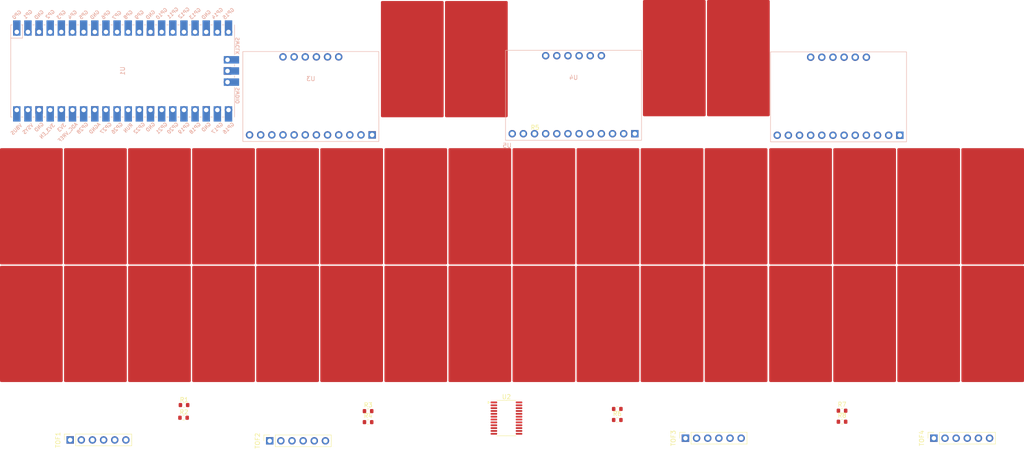
<source format=kicad_pcb>
(kicad_pcb (version 20240108) (generator "pcbnew") (generator_version "8.0")
  (layers (0 "F.Cu" signal) (31 "B.Cu" signal) (34 "B.Paste" user) (35 "F.Paste" user) (36 "B.SilkS" user "B.Silkscreen") (37 "F.SilkS" user "F.Silkscreen") (38 "B.Mask" user) (39 "F.Mask" user) (44 "Edge.Cuts" user))
  (net 0 "")
  (net 5 "/SCL1")
  (net 6 "+3.3V")
  (net 7 "/SDA1")
  (net 8 "/SCL2")
  (net 9 "/SDA2")
  (net 10 "/SCL3")
  (net 16 "/SDA3")
  (net 19 "/SCL4")
  (net 21 "/SDA4")
  (net 25 "GND")
  (net 50 "/SCL")
  (net 51 "/SDA")
  (net 52 "/MX_RST")
  (net 64 "Net-(KEY1-Pin_1)")
  (net 65 "Net-(KEY2-Pin_1)")
  (net 66 "Net-(KEY3-Pin_1)")
  (net 67 "Net-(KEY4-Pin_1)")
  (net 68 "Net-(KEY5-Pin_1)")
  (net 69 "Net-(KEY6-Pin_1)")
  (net 70 "Net-(KEY7-Pin_1)")
  (net 71 "Net-(KEY8-Pin_1)")
  (net 72 "Net-(KEY9-Pin_1)")
  (net 73 "Net-(KEY10-Pin_1)")
  (net 74 "Net-(KEY11-Pin_1)")
  (net 75 "Net-(KEY12-Pin_1)")
  (net 76 "Net-(KEY13-Pin_1)")
  (net 77 "Net-(KEY14-Pin_1)")
  (net 78 "Net-(KEY15-Pin_1)")
  (net 79 "Net-(KEY16-Pin_1)")
  (net 80 "Net-(KEY17-Pin_1)")
  (net 81 "Net-(KEY18-Pin_1)")
  (net 82 "Net-(KEY19-Pin_1)")
  (net 83 "Net-(KEY20-Pin_1)")
  (net 84 "Net-(KEY21-Pin_1)")
  (net 85 "Net-(KEY22-Pin_1)")
  (net 86 "Net-(KEY23-Pin_1)")
  (net 87 "Net-(KEY24-Pin_1)")
  (net 88 "Net-(KEY25-Pin_1)")
  (net 89 "Net-(KEY26-Pin_1)")
  (net 90 "Net-(KEY27-Pin_1)")
  (net 91 "Net-(KEY28-Pin_1)")
  (net 92 "Net-(KEY29-Pin_1)")
  (net 93 "Net-(KEY30-Pin_1)")
  (net 94 "Net-(KEY31-Pin_1)")
  (net 95 "Net-(KEY32-Pin_1)")
  (net 96 "Net-(KEY33-Pin_1)")
  (net 97 "Net-(KEY34-Pin_1)")
  (net 98 "Net-(KEY35-Pin_1)")
  (net 99 "Net-(KEY36-Pin_1)")
  (footprint "Resistor_SMD:R_0603_1608Metric" (layer "F.Cu") (at 116.525 141.44)
    (property "Reference" "R4" (at 0 -1.43 0) (layer "F.SilkS"))
    (property "Value" "4.7K")
    (pad "1" smd roundrect (at -0.825 0) (size 0.8 0.95) (layers "F.Cu" "F.Paste" "F.Mask") (net 6 "+3.3V"))
    (pad "2" smd roundrect (at 0.825 0) (size 0.8 0.95) (layers "F.Cu" "F.Paste" "F.Mask") (net 9 "/SDA2"))
  )
  (footprint "Resistor_SMD:R_0603_1608Metric" (layer "F.Cu") (at 74.465 140.44)
    (property "Reference" "R2" (at 0.09 -1.28 0) (layer "F.SilkS"))
    (property "Value" "4.7K")
    (pad "1" smd roundrect (at -0.825 0) (size 0.8 0.95) (layers "F.Cu" "F.Paste" "F.Mask") (net 6 "+3.3V"))
    (pad "2" smd roundrect (at 0.825 0) (size 0.8 0.95) (layers "F.Cu" "F.Paste" "F.Mask") (net 7 "/SDA1"))
  )
  (footprint "chu_main:ChuKey" (layer "F.Cu") (at 141.2 58.3 180)
    (property "Reference" "KEY11" (hide yes))
    (property "Value" "Conn_01x01" (hide yes))
    (pad "1" smd roundrect (at 0 -0.4 180) (size 14.3 26.5) (layers "F.Cu") (roundrect_rratio 0.01923076923) (net 74 "Net-(KEY11-Pin_1)"))
  )
  (footprint "chu_main:ChuKey" (layer "F.Cu") (at 186.325 58.075 180)
    (property "Reference" "KEY10" (hide yes))
    (property "Value" "Conn_01x01" (hide yes))
    (pad "1" smd roundrect (at 0 -0.4 180) (size 14.3 26.5) (layers "F.Cu") (roundrect_rratio 0.01923076923) (net 73 "Net-(KEY10-Pin_1)"))
  )
  (footprint "chu_main:ChuKey" (layer "F.Cu") (at 112.775 91.85 180)
    (property "Reference" "KEY13" (hide yes))
    (property "Value" "Conn_01x01" (hide yes))
    (pad "1" smd roundrect (at 0 -0.4 180) (size 14.3 26.5) (layers "F.Cu") (roundrect_rratio 0.01923076923) (net 76 "Net-(KEY13-Pin_1)"))
  )
  (footprint "chu_main:ChuKey" (layer "F.Cu") (at 156.6 118.65 180)
    (property "Reference" "KEY32" (hide yes))
    (property "Value" "Conn_01x01" (hide yes))
    (pad "1" smd roundrect (at 0 -0.4 180) (size 14.3 26.5) (layers "F.Cu") (roundrect_rratio 0.01923076923) (net 95 "Net-(KEY32-Pin_1)"))
  )
  (footprint "chu_main:ChuKey" (layer "F.Cu") (at 156.6 91.85 180)
    (property "Reference" "KEY30" (hide yes))
    (property "Value" "Conn_01x01" (hide yes))
    (pad "1" smd roundrect (at 0 -0.4 180) (size 14.3 26.5) (layers "F.Cu") (roundrect_rratio 0.01923076923) (net 93 "Net-(KEY30-Pin_1)"))
  )
  (footprint "Resistor_SMD:R_0603_1608Metric" (layer "F.Cu") (at 173.325 138.44)
    (property "Reference" "R5" (at -18.75 -64.15 180) (layer "F.SilkS"))
    (property "Value" "4.7K")
    (pad "1" smd roundrect (at -0.825 0) (size 0.8 0.95) (layers "F.Cu" "F.Paste" "F.Mask") (net 6 "+3.3V"))
    (pad "2" smd roundrect (at 0.825 0) (size 0.8 0.95) (layers "F.Cu" "F.Paste" "F.Mask") (net 10 "/SCL3"))
  )
  (footprint "chu_main:ChuKey" (layer "F.Cu") (at 215.1 118.65 180)
    (property "Reference" "KEY8" (hide yes))
    (property "Value" "Conn_01x01" (hide yes))
    (pad "1" smd roundrect (at 0 -0.4 180) (size 14.3 26.5) (layers "F.Cu") (roundrect_rratio 0.01923076923) (net 71 "Net-(KEY8-Pin_1)"))
  )
  (footprint "chu_main:ChuKey" (layer "F.Cu") (at 54.375 118.65 180)
    (property "Reference" "KEY22" (hide yes))
    (property "Value" "Conn_01x01" (hide yes))
    (pad "1" smd roundrect (at 0 -0.4 180) (size 14.3 26.5) (layers "F.Cu") (roundrect_rratio 0.01923076923) (net 85 "Net-(KEY22-Pin_1)"))
  )
  (footprint "Resistor_SMD:R_0603_1608Metric" (layer "F.Cu") (at 224.55 138.84)
    (property "Reference" "R7" (at 0 -1.43 0) (layer "F.SilkS"))
    (property "Value" "4.7K")
    (pad "1" smd roundrect (at -0.825 0) (size 0.8 0.95) (layers "F.Cu" "F.Paste" "F.Mask") (net 6 "+3.3V"))
    (pad "2" smd roundrect (at 0.825 0) (size 0.8 0.95) (layers "F.Cu" "F.Paste" "F.Mask") (net 19 "/SCL4"))
  )
  (footprint "chu_main:ChuKey" (layer "F.Cu") (at 39.775 118.65 180)
    (property "Reference" "KEY24" (hide yes))
    (property "Value" "Conn_01x01" (hide yes))
    (pad "1" smd roundrect (at 0 -0.4 180) (size 14.3 26.5) (layers "F.Cu") (roundrect_rratio 0.01923076923) (net 87 "Net-(KEY24-Pin_1)"))
  )
  (footprint "chu_main:ChuKey" (layer "F.Cu") (at 200.4 91.85 180)
    (property "Reference" "KEY25" (hide yes))
    (property "Value" "Conn_01x01" (hide yes))
    (pad "1" smd roundrect (at 0 -0.4 180) (size 14.3 26.5) (layers "F.Cu") (roundrect_rratio 0.01923076923) (net 88 "Net-(KEY25-Pin_1)"))
  )
  (footprint "chu_main:ChuKey" (layer "F.Cu") (at 127.4 118.65 180)
    (property "Reference" "KEY36" (hide yes))
    (property "Value" "Conn_01x01" (hide yes))
    (pad "1" smd roundrect (at 0 -0.4 180) (size 14.3 26.5) (layers "F.Cu") (roundrect_rratio 0.01923076923) (net 99 "Net-(KEY36-Pin_1)"))
  )
  (footprint "chu_main:ChuKey" (layer "F.Cu") (at 112.775 118.65 180)
    (property "Reference" "KEY14" (hide yes))
    (property "Value" "Conn_01x01" (hide yes))
    (pad "1" smd roundrect (at 0 -0.4 180) (size 14.3 26.5) (layers "F.Cu") (roundrect_rratio 0.01923076923) (net 77 "Net-(KEY14-Pin_1)"))
  )
  (footprint "Resistor_SMD:R_0603_1608Metric" (layer "F.Cu") (at 116.525 138.93)
    (property "Reference" "R3" (at 0.025 -1.38 0) (layer "F.SilkS"))
    (property "Value" "4.7K")
    (pad "1" smd roundrect (at -0.825 0) (size 0.8 0.95) (layers "F.Cu" "F.Paste" "F.Mask") (net 6 "+3.3V"))
    (pad "2" smd roundrect (at 0.825 0) (size 0.8 0.95) (layers "F.Cu" "F.Paste" "F.Mask") (net 8 "/SCL2"))
  )
  (footprint "Connector_PinSocket_2.54mm:PinSocket_1x06_P2.54mm_Vertical" (layer "F.Cu") (at 188.86 145.1 90)
    (property "Reference" "TOF3" (at 0 -2.77 90) (layer "F.SilkS"))
    (property "Value" "Conn_01x06")
    (pad "1" thru_hole rect (at 0 0 90) (size 1.7 1.7) (drill 1) (layers "*.Cu" "*.Mask") (net 6 "+3.3V"))
    (pad "2" thru_hole oval (at 0 2.54 90) (size 1.7 1.7) (drill 1) (layers "*.Cu" "*.Mask") (net 25 "GND"))
    (pad "3" thru_hole oval (at 0 5.08 90) (size 1.7 1.7) (drill 1) (layers "*.Cu" "*.Mask") (net 10 "/SCL3"))
    (pad "4" thru_hole oval (at 0 7.62 90) (size 1.7 1.7) (drill 1) (layers "*.Cu" "*.Mask") (net 16 "/SDA3"))
    (pad "5" thru_hole oval (at 0 10.16 90) (size 1.7 1.7) (drill 1) (layers "*.Cu" "*.Mask"))
    (pad "6" thru_hole oval (at 0 12.7 90) (size 1.7 1.7) (drill 1) (layers "*.Cu" "*.Mask"))
  )
  (footprint "Resistor_SMD:R_0603_1608Metric" (layer "F.Cu") (at 173.325 140.95)
    (property "Reference" "R6" (at 0 -1.43 0) (layer "F.SilkS"))
    (property "Value" "4.7K")
    (pad "1" smd roundrect (at -0.825 0) (size 0.8 0.95) (layers "F.Cu" "F.Paste" "F.Mask") (net 6 "+3.3V"))
    (pad "2" smd roundrect (at 0.825 0) (size 0.8 0.95) (layers "F.Cu" "F.Paste" "F.Mask") (net 16 "/SDA3"))
  )
  (footprint "chu_main:ChuKey" (layer "F.Cu") (at 244.3 91.85 180)
    (property "Reference" "KEY3" (hide yes))
    (property "Value" "Conn_01x01" (hide yes))
    (pad "1" smd roundrect (at 0 -0.4 180) (size 14.3 26.5) (layers "F.Cu") (roundrect_rratio 0.01923076923) (net 66 "Net-(KEY3-Pin_1)"))
  )
  (footprint "chu_main:ChuKey" (layer "F.Cu") (at 142 118.65 180)
    (property "Reference" "KEY34" (hide yes))
    (property "Value" "Conn_01x01" (hide yes))
    (pad "1" smd roundrect (at 0 -0.4 180) (size 14.3 26.5) (layers "F.Cu") (roundrect_rratio 0.01923076923) (net 97 "Net-(KEY34-Pin_1)"))
  )
  (footprint "Package_SO:TSSOP-24_4.4x7.8mm_P0.65mm" (layer "F.Cu") (at 148.0625 140.525)
    (property "Reference" "U2" (at 0 -4.85 0) (layer "F.SilkS"))
    (property "Value" "PCA9548ADB")
    (pad "1" smd roundrect (at -2.8625 -3.575) (size 1.475 0.4) (layers "F.Cu" "F.Paste" "F.Mask") (net 25 "GND"))
    (pad "2" smd roundrect (at -2.8625 -2.925) (size 1.475 0.4) (layers "F.Cu" "F.Paste" "F.Mask") (net 25 "GND"))
    (pad "3" smd roundrect (at -2.8625 -2.275) (size 1.475 0.4) (layers "F.Cu" "F.Paste" "F.Mask") (net 52 "/MX_RST"))
    (pad "4" smd roundrect (at -2.8625 -1.625) (size 1.475 0.4) (layers "F.Cu" "F.Paste" "F.Mask") (net 7 "/SDA1"))
    (pad "5" smd roundrect (at -2.8625 -0.975) (size 1.475 0.4) (layers "F.Cu" "F.Paste" "F.Mask") (net 5 "/SCL1"))
    (pad "6" smd roundrect (at -2.8625 -0.325) (size 1.475 0.4) (layers "F.Cu" "F.Paste" "F.Mask") (net 9 "/SDA2"))
    (pad "7" smd roundrect (at -2.8625 0.325) (size 1.475 0.4) (layers "F.Cu" "F.Paste" "F.Mask") (net 8 "/SCL2"))
    (pad "8" smd roundrect (at -2.8625 0.975) (size 1.475 0.4) (layers "F.Cu" "F.Paste" "F.Mask") (net 16 "/SDA3"))
    (pad "9" smd roundrect (at -2.8625 1.625) (size 1.475 0.4) (layers "F.Cu" "F.Paste" "F.Mask") (net 10 "/SCL3"))
    (pad "10" smd roundrect (at -2.8625 2.275) (size 1.475 0.4) (layers "F.Cu" "F.Paste" "F.Mask") (net 21 "/SDA4"))
    (pad "11" smd roundrect (at -2.8625 2.925) (size 1.475 0.4) (layers "F.Cu" "F.Paste" "F.Mask") (net 19 "/SCL4"))
    (pad "12" smd roundrect (at -2.8625 3.575) (size 1.475 0.4) (layers "F.Cu" "F.Paste" "F.Mask") (net 25 "GND"))
    (pad "13" smd roundrect (at 2.8625 3.575) (size 1.475 0.4) (layers "F.Cu" "F.Paste" "F.Mask"))
    (pad "14" smd roundrect (at 2.8625 2.925) (size 1.475 0.4) (layers "F.Cu" "F.Paste" "F.Mask"))
    (pad "15" smd roundrect (at 2.8625 2.275) (size 1.475 0.4) (layers "F.Cu" "F.Paste" "F.Mask"))
    (pad "16" smd roundrect (at 2.8625 1.625) (size 1.475 0.4) (layers "F.Cu" "F.Paste" "F.Mask"))
    (pad "17" smd roundrect (at 2.8625 0.975) (size 1.475 0.4) (layers "F.Cu" "F.Paste" "F.Mask"))
    (pad "18" smd roundrect (at 2.8625 0.325) (size 1.475 0.4) (layers "F.Cu" "F.Paste" "F.Mask"))
    (pad "19" smd roundrect (at 2.8625 -0.325) (size 1.475 0.4) (layers "F.Cu" "F.Paste" "F.Mask"))
    (pad "20" smd roundrect (at 2.8625 -0.975) (size 1.475 0.4) (layers "F.Cu" "F.Paste" "F.Mask"))
    (pad "21" smd roundrect (at 2.8625 -1.625) (size 1.475 0.4) (layers "F.Cu" "F.Paste" "F.Mask") (net 25 "GND"))
    (pad "22" smd roundrect (at 2.8625 -2.275) (size 1.475 0.4) (layers "F.Cu" "F.Paste" "F.Mask") (net 50 "/SCL"))
    (pad "23" smd roundrect (at 2.8625 -2.925) (size 1.475 0.4) (layers "F.Cu" "F.Paste" "F.Mask") (net 51 "/SDA"))
    (pad "24" smd roundrect (at 2.8625 -3.575) (size 1.475 0.4) (layers "F.Cu" "F.Paste" "F.Mask") (net 6 "+3.3V"))
  )
  (footprint "chu_main:ChuKey" (layer "F.Cu") (at 258.9 91.85 180)
    (property "Reference" "KEY1" (hide yes))
    (property "Value" "Conn_01x01" (hide yes))
    (pad "1" smd roundrect (at 0 -0.4 180) (size 14.3 26.5) (layers "F.Cu") (roundrect_rratio 0.01923076923) (net 64 "Net-(KEY1-Pin_1)"))
  )
  (footprint "chu_main:ChuKey" (layer "F.Cu") (at 200.4 118.65 180)
    (property "Reference" "KEY26" (hide yes))
    (property "Value" "Conn_01x01" (hide yes))
    (pad "1" smd roundrect (at 0 -0.4 180) (size 14.3 26.5) (layers "F.Cu") (roundrect_rratio 0.01923076923) (net 89 "Net-(KEY26-Pin_1)"))
  )
  (footprint "chu_main:ChuKey" (layer "F.Cu") (at 185.8 91.85 180)
    (property "Reference" "KEY27" (hide yes))
    (property "Value" "Conn_01x01" (hide yes))
    (pad "1" smd roundrect (at 0 -0.4 180) (size 14.3 26.5) (layers "F.Cu") (roundrect_rratio 0.01923076923) (net 90 "Net-(KEY27-Pin_1)"))
  )
  (footprint "chu_main:ChuKey" (layer "F.Cu") (at 258.9 118.65 180)
    (property "Reference" "KEY2" (hide yes))
    (property "Value" "Conn_01x01" (hide yes))
    (pad "1" smd roundrect (at 0 -0.4 180) (size 14.3 26.5) (layers "F.Cu") (roundrect_rratio 0.01923076923) (net 65 "Net-(KEY2-Pin_1)"))
  )
  (footprint "chu_main:ChuKey" (layer "F.Cu") (at 54.375 91.85 180)
    (property "Reference" "KEY21" (hide yes))
    (property "Value" "Conn_01x01" (hide yes))
    (pad "1" smd roundrect (at 0 -0.4 180) (size 14.3 26.5) (layers "F.Cu") (roundrect_rratio 0.01923076923) (net 84 "Net-(KEY21-Pin_1)"))
  )
  (footprint "chu_main:ChuKey" (layer "F.Cu") (at 98.175 118.65 180)
    (property "Reference" "KEY16" (hide yes))
    (property "Value" "Conn_01x01" (hide yes))
    (pad "1" smd roundrect (at 0 -0.4 180) (size 14.3 26.5) (layers "F.Cu") (roundrect_rratio 0.01923076923) (net 79 "Net-(KEY16-Pin_1)"))
  )
  (footprint "chu_main:ChuKey" (layer "F.Cu") (at 39.775 91.85 180)
    (property "Reference" "KEY23" (hide yes))
    (property "Value" "Conn_01x01" (hide yes))
    (pad "1" smd roundrect (at 0 -0.4 180) (size 14.3 26.5) (layers "F.Cu") (roundrect_rratio 0.01923076923) (net 86 "Net-(KEY23-Pin_1)"))
  )
  (footprint "chu_main:ChuKey" (layer "F.Cu") (at 185.8 118.65 180)
    (property "Reference" "KEY28" (hide yes))
    (property "Value" "Conn_01x01" (hide yes))
    (pad "1" smd roundrect (at 0 -0.4 180) (size 14.3 26.5) (layers "F.Cu") (roundrect_rratio 0.01923076923) (net 91 "Net-(KEY28-Pin_1)"))
  )
  (footprint "Connector_PinSocket_2.54mm:PinSocket_1x06_P2.54mm_Vertical" (layer "F.Cu") (at 245.48 145.1 90)
    (property "Reference" "TOF4" (at 0 -2.77 90) (layer "F.SilkS"))
    (property "Value" "Conn_01x06")
    (pad "1" thru_hole rect (at 0 0 90) (size 1.7 1.7) (drill 1) (layers "*.Cu" "*.Mask") (net 6 "+3.3V"))
    (pad "2" thru_hole oval (at 0 2.54 90) (size 1.7 1.7) (drill 1) (layers "*.Cu" "*.Mask") (net 25 "GND"))
    (pad "3" thru_hole oval (at 0 5.08 90) (size 1.7 1.7) (drill 1) (layers "*.Cu" "*.Mask") (net 19 "/SCL4"))
    (pad "4" thru_hole oval (at 0 7.62 90) (size 1.7 1.7) (drill 1) (layers "*.Cu" "*.Mask") (net 21 "/SDA4"))
    (pad "5" thru_hole oval (at 0 10.16 90) (size 1.7 1.7) (drill 1) (layers "*.Cu" "*.Mask"))
    (pad "6" thru_hole oval (at 0 12.7 90) (size 1.7 1.7) (drill 1) (layers "*.Cu" "*.Mask"))
  )
  (footprint "chu_main:ChuKey" (layer "F.Cu") (at 98.175 91.85 180)
    (property "Reference" "KEY15" (hide yes))
    (property "Value" "Conn_01x01" (hide yes))
    (pad "1" smd roundrect (at 0 -0.4 180) (size 14.3 26.5) (layers "F.Cu") (roundrect_rratio 0.01923076923) (net 78 "Net-(KEY15-Pin_1)"))
  )
  (footprint "chu_main:ChuKey" (layer "F.Cu") (at 200.925 58.075 180)
    (property "Reference" "KEY9" (hide yes))
    (property "Value" "Conn_01x01" (hide yes))
    (pad "1" smd roundrect (at 0 -0.4 180) (size 14.3 26.5) (layers "F.Cu") (roundrect_rratio 0.01923076923) (net 72 "Net-(KEY9-Pin_1)"))
  )
  (footprint "chu_main:ChuKey" (layer "F.Cu") (at 244.3 118.65 180)
    (property "Reference" "KEY4" (hide yes))
    (property "Value" "Conn_01x01" (hide yes))
    (pad "1" smd roundrect (at 0 -0.4 180) (size 14.3 26.5) (layers "F.Cu") (roundrect_rratio 0.01923076923) (net 67 "Net-(KEY4-Pin_1)"))
  )
  (footprint "Connector_PinSocket_2.54mm:PinSocket_1x06_P2.54mm_Vertical" (layer "F.Cu") (at 94.1 145.7 90)
    (property "Reference" "TOF2" (at 0 -2.77 90) (layer "F.SilkS"))
    (property "Value" "Conn_01x06")
    (pad "1" thru_hole rect (at 0 0 90) (size 1.7 1.7) (drill 1) (layers "*.Cu" "*.Mask") (net 6 "+3.3V"))
    (pad "2" thru_hole oval (at 0 2.54 90) (size 1.7 1.7) (drill 1) (layers "*.Cu" "*.Mask") (net 25 "GND"))
    (pad "3" thru_hole oval (at 0 5.08 90) (size 1.7 1.7) (drill 1) (layers "*.Cu" "*.Mask") (net 8 "/SCL2"))
    (pad "4" thru_hole oval (at 0 7.62 90) (size 1.7 1.7) (drill 1) (layers "*.Cu" "*.Mask") (net 9 "/SDA2"))
    (pad "5" thru_hole oval (at 0 10.16 90) (size 1.7 1.7) (drill 1) (layers "*.Cu" "*.Mask"))
    (pad "6" thru_hole oval (at 0 12.7 90) (size 1.7 1.7) (drill 1) (layers "*.Cu" "*.Mask"))
  )
  (footprint "chu_main:ChuKey" (layer "F.Cu") (at 229.7 118.65 180)
    (property "Reference" "KEY6" (hide yes))
    (property "Value" "Conn_01x01" (hide yes))
    (pad "1" smd roundrect (at 0 -0.4 180) (size 14.3 26.5) (layers "F.Cu") (roundrect_rratio 0.01923076923) (net 69 "Net-(KEY6-Pin_1)"))
  )
  (footprint "chu_main:ChuKey" (layer "F.Cu") (at 83.575 91.85 180)
    (property "Reference" "KEY17" (hide yes))
    (property "Value" "Conn_01x01" (hide yes))
    (pad "1" smd roundrect (at 0 -0.4 180) (size 14.3 26.5) (layers "F.Cu") (roundrect_rratio 0.01923076923) (net 80 "Net-(KEY17-Pin_1)"))
  )
  (footprint "chu_main:ChuKey" (layer "F.Cu") (at 83.575 118.65 180)
    (property "Reference" "KEY18" (hide yes))
    (property "Value" "Conn_01x01" (hide yes))
    (pad "1" smd roundrect (at 0 -0.4 180) (size 14.3 26.5) (layers "F.Cu") (roundrect_rratio 0.01923076923) (net 81 "Net-(KEY18-Pin_1)"))
  )
  (footprint "Resistor_SMD:R_0603_1608Metric" (layer "F.Cu") (at 224.55 141.35)
    (property "Reference" "R8" (at 0 -1.43 0) (layer "F.SilkS"))
    (property "Value" "4.7K")
    (pad "1" smd roundrect (at -0.825 0) (size 0.8 0.95) (layers "F.Cu" "F.Paste" "F.Mask") (net 6 "+3.3V"))
    (pad "2" smd roundrect (at 0.825 0) (size 0.8 0.95) (layers "F.Cu" "F.Paste" "F.Mask") (net 21 "/SDA4"))
  )
  (footprint "chu_main:ChuKey" (layer "F.Cu") (at 126.6 58.3 180)
    (property "Reference" "KEY12" (hide yes))
    (property "Value" "Conn_01x01" (hide yes))
    (pad "1" smd roundrect (at 0 -0.4 180) (size 14.3 26.5) (layers "F.Cu") (roundrect_rratio 0.01923076923) (net 75 "Net-(KEY12-Pin_1)"))
  )
  (footprint "chu_main:ChuKey" (layer "F.Cu") (at 142 91.85 180)
    (property "Reference" "KEY33" (hide yes))
    (property "Value" "Conn_01x01" (hide yes))
    (pad "1" smd roundrect (at 0 -0.4 180) (size 14.3 26.5) (layers "F.Cu") (roundrect_rratio 0.01923076923) (net 96 "Net-(KEY33-Pin_1)"))
  )
  (footprint "chu_main:ChuKey" (layer "F.Cu") (at 229.7 91.85 180)
    (property "Reference" "KEY5" (hide yes))
    (property "Value" "Conn_01x01" (hide yes))
    (pad "1" smd roundrect (at 0 -0.4 180) (size 14.3 26.5) (layers "F.Cu") (roundrect_rratio 0.01923076923) (net 68 "Net-(KEY5-Pin_1)"))
  )
  (footprint "Connector_PinSocket_2.54mm:PinSocket_1x06_P2.54mm_Vertical" (layer "F.Cu") (at 48.62 145.5 90)
    (property "Reference" "TOF1" (at 0 -2.77 90) (layer "F.SilkS"))
    (property "Value" "Conn_01x06")
    (pad "1" thru_hole rect (at 0 0 90) (size 1.7 1.7) (drill 1) (layers "*.Cu" "*.Mask") (net 6 "+3.3V"))
    (pad "2" thru_hole oval (at 0 2.54 90) (size 1.7 1.7) (drill 1) (layers "*.Cu" "*.Mask") (net 25 "GND"))
    (pad "3" thru_hole oval (at 0 5.08 90) (size 1.7 1.7) (drill 1) (layers "*.Cu" "*.Mask") (net 5 "/SCL1"))
    (pad "4" thru_hole oval (at 0 7.62 90) (size 1.7 1.7) (drill 1) (layers "*.Cu" "*.Mask") (net 7 "/SDA1"))
    (pad "5" thru_hole oval (at 0 10.16 90) (size 1.7 1.7) (drill 1) (layers "*.Cu" "*.Mask"))
    (pad "6" thru_hole oval (at 0 12.7 90) (size 1.7 1.7) (drill 1) (layers "*.Cu" "*.Mask"))
  )
  (footprint "Resistor_SMD:R_0603_1608Metric" (layer "F.Cu") (at 74.575 137.55)
    (property "Reference" "R1" (at 0.025 -1.2 0) (layer "F.SilkS"))
    (property "Value" "4.7K")
    (pad "1" smd roundrect (at -0.825 0) (size 0.8 0.95) (layers "F.Cu" "F.Paste" "F.Mask") (net 6 "+3.3V"))
    (pad "2" smd roundrect (at 0.825 0) (size 0.8 0.95) (layers "F.Cu" "F.Paste" "F.Mask") (net 5 "/SCL1"))
  )
  (footprint "chu_main:ChuKey" (layer "F.Cu") (at 68.975 118.65 180)
    (property "Reference" "KEY20" (hide yes))
    (property "Value" "Conn_01x01" (hide yes))
    (pad "1" smd roundrect (at 0 -0.4 180) (size 14.3 26.5) (layers "F.Cu") (roundrect_rratio 0.01923076923) (net 83 "Net-(KEY20-Pin_1)"))
  )
  (footprint "chu_main:ChuKey" (layer "F.Cu") (at 215.1 91.85 180)
    (property "Reference" "KEY7" (hide yes))
    (property "Value" "Conn_01x01" (hide yes))
    (pad "1" smd roundrect (at 0 -0.4 180) (size 14.3 26.5) (layers "F.Cu") (roundrect_rratio 0.01923076923) (net 70 "Net-(KEY7-Pin_1)"))
  )
  (footprint "chu_main:ChuKey" (layer "F.Cu") (at 171.2 91.85 180)
    (property "Reference" "KEY29" (hide yes))
    (property "Value" "Conn_01x01" (hide yes))
    (pad "1" smd roundrect (at 0 -0.4 180) (size 14.3 26.5) (layers "F.Cu") (roundrect_rratio 0.01923076923) (net 92 "Net-(KEY29-Pin_1)"))
  )
  (footprint "chu_main:ChuKey" (layer "F.Cu") (at 68.975 91.85 180)
    (property "Reference" "KEY19" (hide yes))
    (property "Value" "Conn_01x01" (hide yes))
    (pad "1" smd roundrect (at 0 -0.4 180) (size 14.3 26.5) (layers "F.Cu") (roundrect_rratio 0.01923076923) (net 82 "Net-(KEY19-Pin_1)"))
  )
  (footprint "chu_main:ChuKey" (layer "F.Cu") (at 171.2 118.65 180)
    (property "Reference" "KEY31" (hide yes))
    (property "Value" "Conn_01x01" (hide yes))
    (pad "1" smd roundrect (at 0 -0.4 180) (size 14.3 26.5) (layers "F.Cu") (roundrect_rratio 0.01923076923) (net 94 "Net-(KEY31-Pin_1)"))
  )
  (footprint "chu_main:ChuKey" (layer "F.Cu") (at 127.4 91.85 180)
    (property "Reference" "KEY35" (hide yes))
    (property "Value" "Conn_01x01" (hide yes))
    (pad "1" smd roundrect (at 0 -0.4 180) (size 14.3 26.5) (layers "F.Cu") (roundrect_rratio 0.01923076923) (net 98 "Net-(KEY35-Pin_1)"))
  )
  (footprint "chu_main:MPR121_BOARD" (layer "B.Cu") (at 103.475 75.975 180)
    (property "Reference" "U3" (at 0 12.8 0) (layer "B.SilkS") (effects (justify mirror)))
    (property "Value" "MPR121QR2_BOARD")
    (pad "1" thru_hole oval (at 3.81 17.78 90) (size 1.7 1.7) (drill 1) (layers "*.Cu" "*.Mask"))
    (pad "2" thru_hole oval (at 1.27 17.78 90) (size 1.7 1.7) (drill 1) (layers "*.Cu" "*.Mask") (net 50 "/SCL"))
    (pad "3" thru_hole oval (at -1.27 17.78 90) (size 1.7 1.7) (drill 1) (layers "*.Cu" "*.Mask") (net 51 "/SDA"))
    (pad "4" thru_hole oval (at -3.81 17.78 90) (size 1.7 1.7) (drill 1) (layers "*.Cu" "*.Mask") (net 6 "+3.3V"))
    (pad "6" thru_hole oval (at -6.35 17.78 90) (size 1.7 1.7) (drill 1) (layers "*.Cu" "*.Mask") (net 25 "GND"))
    (pad "8" thru_hole rect (at -13.97 0 90) (size 1.7 1.7) (drill 1) (layers "*.Cu" "*.Mask") (net 76 "Net-(KEY13-Pin_1)"))
    (pad "9" thru_hole oval (at -11.43 0 90) (size 1.7 1.7) (drill 1) (layers "*.Cu" "*.Mask") (net 77 "Net-(KEY14-Pin_1)"))
    (pad "10" thru_hole oval (at -8.89 0 90) (size 1.7 1.7) (drill 1) (layers "*.Cu" "*.Mask") (net 78 "Net-(KEY15-Pin_1)"))
    (pad "11" thru_hole oval (at -6.35 0 90) (size 1.7 1.7) (drill 1) (layers "*.Cu" "*.Mask") (net 79 "Net-(KEY16-Pin_1)"))
    (pad "12" thru_hole oval (at -3.81 0 90) (size 1.7 1.7) (drill 1) (layers "*.Cu" "*.Mask") (net 80 "Net-(KEY17-Pin_1)"))
    (pad "13" thru_hole oval (at -1.27 0 90) (size 1.7 1.7) (drill 1) (layers "*.Cu" "*.Mask") (net 81 "Net-(KEY18-Pin_1)"))
    (pad "14" thru_hole oval (at 1.27 0 90) (size 1.7 1.7) (drill 1) (layers "*.Cu" "*.Mask") (net 82 "Net-(KEY19-Pin_1)"))
    (pad "15" thru_hole oval (at 3.81 0 90) (size 1.7 1.7) (drill 1) (layers "*.Cu" "*.Mask") (net 83 "Net-(KEY20-Pin_1)"))
    (pad "16" thru_hole oval (at 6.35 0 90) (size 1.7 1.7) (drill 1) (layers "*.Cu" "*.Mask") (net 84 "Net-(KEY21-Pin_1)"))
    (pad "17" thru_hole oval (at 8.89 0 90) (size 1.7 1.7) (drill 1) (layers "*.Cu" "*.Mask") (net 85 "Net-(KEY22-Pin_1)"))
    (pad "18" thru_hole oval (at 11.43 0 90) (size 1.7 1.7) (drill 1) (layers "*.Cu" "*.Mask") (net 86 "Net-(KEY23-Pin_1)"))
    (pad "19" thru_hole oval (at 13.97 0 90) (size 1.7 1.7) (drill 1) (layers "*.Cu" "*.Mask") (net 87 "Net-(KEY24-Pin_1)"))
    (pad "20" thru_hole oval (at 6.35 17.78 90) (size 1.7 1.7) (drill 1) (layers "*.Cu" "*.Mask") (net 6 "+3.3V"))
  )
  (footprint "chu_main:MPR121_BOARD" (layer "B.Cu") (at 223.75 76.05 180)
    (property "Reference" "U5" (at 75.55 -2.35 0) (layer "B.SilkS") (effects (justify mirror)))
    (property "Value" "MPR121QR2_BOARD")
    (pad "1" thru_hole oval (at 3.81 17.78 90) (size 1.7 1.7) (drill 1) (layers "*.Cu" "*.Mask"))
    (pad "2" thru_hole oval (at 1.27 17.78 90) (size 1.7 1.7) (drill 1) (layers "*.Cu" "*.Mask") (net 50 "/SCL"))
    (pad "3" thru_hole oval (at -1.27 17.78 90) (size 1.7 1.7) (drill 1) (layers "*.Cu" "*.Mask") (net 51 "/SDA"))
    (pad "4" thru_hole oval (at -3.81 17.78 90) (size 1.7 1.7) (drill 1) (layers "*.Cu" "*.Mask") (net 25 "GND"))
    (pad "6" thru_hole oval (at -6.35 17.78 90) (size 1.7 1.7) (drill 1) (layers "*.Cu" "*.Mask") (net 25 "GND"))
    (pad "8" thru_hole rect (at -13.97 0 90) (size 1.7 1.7) (drill 1) (layers "*.Cu" "*.Mask") (net 64 "Net-(KEY1-Pin_1)"))
    (pad "9" thru_hole oval (at -11.43 0 90) (size 1.7 1.7) (drill 1) (layers "*.Cu" "*.Mask") (net 65 "Net-(KEY2-Pin_1)"))
    (pad "10" thru_hole oval (at -8.89 0 90) (size 1.7 1.7) (drill 1) (layers "*.Cu" "*.Mask") (net 66 "Net-(KEY3-Pin_1)"))
    (pad "11" thru_hole oval (at -6.35 0 90) (size 1.7 1.7) (drill 1) (layers "*.Cu" "*.Mask") (net 67 "Net-(KEY4-Pin_1)"))
    (pad "12" thru_hole oval (at -3.81 0 90) (size 1.7 1.7) (drill 1) (layers "*.Cu" "*.Mask") (net 68 "Net-(KEY5-Pin_1)"))
    (pad "13" thru_hole oval (at -1.27 0 90) (size 1.7 1.7) (drill 1) (layers "*.Cu" "*.Mask") (net 69 "Net-(KEY6-Pin_1)"))
    (pad "14" thru_hole oval (at 1.27 0 90) (size 1.7 1.7) (drill 1) (layers "*.Cu" "*.Mask") (net 70 "Net-(KEY7-Pin_1)"))
    (pad "15" thru_hole oval (at 3.81 0 90) (size 1.7 1.7) (drill 1) (layers "*.Cu" "*.Mask") (net 71 "Net-(KEY8-Pin_1)"))
    (pad "16" thru_hole oval (at 6.35 0 90) (size 1.7 1.7) (drill 1) (layers "*.Cu" "*.Mask") (net 72 "Net-(KEY9-Pin_1)"))
    (pad "17" thru_hole oval (at 8.89 0 90) (size 1.7 1.7) (drill 1) (layers "*.Cu" "*.Mask") (net 73 "Net-(KEY10-Pin_1)"))
    (pad "18" thru_hole oval (at 11.43 0 90) (size 1.7 1.7) (drill 1) (layers "*.Cu" "*.Mask") (net 74 "Net-(KEY11-Pin_1)"))
    (pad "19" thru_hole oval (at 13.97 0 90) (size 1.7 1.7) (drill 1) (layers "*.Cu" "*.Mask") (net 75 "Net-(KEY12-Pin_1)"))
    (pad "20" thru_hole oval (at 6.35 17.78 90) (size 1.7 1.7) (drill 1) (layers "*.Cu" "*.Mask") (net 6 "+3.3V"))
  )
  (footprint "MCU_RaspberryPi_and_Boards:RPi_Pico_SMD_TH" (layer "B.Cu") (at 60.58 61.4 -90)
    (property "Reference" "U1" (at 0 0 90) (layer "B.SilkS") (effects (justify mirror)))
    (property "Value" "Pico")
    (fp_text user "3V3" (at 12.9 13.9 45) (layer "B.SilkS") (effects (font (size 0.8 0.8)) (justify mirror)))
    (fp_text user "GP8" (at -12.8 -1.27 45) (layer "B.SilkS") (effects (font (size 0.8 0.8)) (justify mirror)))
    (fp_text user "GP16" (at 13.054 -24.13 45) (layer "B.SilkS") (effects (font (size 0.8 0.8)) (justify mirror)))
    (fp_text user "GP28" (at 13.054 9.144 45) (layer "B.SilkS") (effects (font (size 0.8 0.8)) (justify mirror)))
    (fp_text user "GND" (at 12.8 19.05 45) (layer "B.SilkS") (effects (font (size 0.8 0.8)) (justify mirror)))
    (fp_text user "SWCLK" (at -5.7 -26.2 90) (layer "B.SilkS") (effects (font (size 0.8 0.8)) (justify mirror)))
    (fp_text user "GP1" (at -12.9 21.6 45) (layer "B.SilkS") (effects (font (size 0.8 0.8)) (justify mirror)))
    (fp_text user "GND" (at -12.8 19.05 45) (layer "B.SilkS") (effects (font (size 0.8 0.8)) (justify mirror)))
    (fp_text user "RUN" (at 13 -1.27 45) (layer "B.SilkS") (effects (font (size 0.8 0.8)) (justify mirror)))
    (fp_text user "GND" (at -12.8 -19.05 45) (layer "B.SilkS") (effects (font (size 0.8 0.8)) (justify mirror)))
    (fp_text user "VBUS" (at 13.3 24.2 45) (layer "B.SilkS") (effects (font (size 0.8 0.8)) (justify mirror)))
    (fp_text user "GP20" (at 13.054 -11.43 45) (layer "B.SilkS") (effects (font (size 0.8 0.8)) (justify mirror)))
    (fp_text user "GND" (at 12.8 -6.35 45) (layer "B.SilkS") (effects (font (size 0.8 0.8)) (justify mirror)))
    (fp_text user "GP11" (at -13.2 -11.43 45) (layer "B.SilkS") (effects (font (size 0.8 0.8)) (justify mirror)))
    (fp_text user "GP4" (at -12.8 11.43 45) (layer "B.SilkS") (effects (font (size 0.8 0.8)) (justify mirror)))
    (fp_text user "GP9" (at -12.8 -3.81 45) (layer "B.SilkS") (effects (font (size 0.8 0.8)) (justify mirror)))
    (fp_text user "GP15" (at -13.054 -24.13 45) (layer "B.SilkS") (effects (font (size 0.8 0.8)) (justify mirror)))
    (fp_text user "GP5" (at -12.8 8.89 45) (layer "B.SilkS") (effects (font (size 0.8 0.8)) (justify mirror)))
    (fp_text user "GP6" (at -12.8 3.81 45) (layer "B.SilkS") (effects (font (size 0.8 0.8)) (justify mirror)))
    (fp_text user "AGND" (at 13.054 6.35 45) (layer "B.SilkS") (effects (font (size 0.8 0.8)) (justify mirror)))
    (fp_text user "GP27" (at 13.054 3.8 45) (layer "B.SilkS") (effects (font (size 0.8 0.8)) (justify mirror)))
    (fp_text user "GP2" (at -12.9 16.51 45) (layer "B.SilkS") (effects (font (size 0.8 0.8)) (justify mirror)))
    (fp_text user "GND" (at -12.8 -6.35 45) (layer "B.SilkS") (effects (font (size 0.8 0.8)) (justify mirror)))
    (fp_text user "GP19" (at 13.054 -13.97 45) (layer "B.SilkS") (effects (font (size 0.8 0.8)) (justify mirror)))
    (fp_text user "GP0" (at -12.8 24.13 45) (layer "B.SilkS") (effects (font (size 0.8 0.8)) (justify mirror)))
    (fp_text user "GND" (at -12.8 6.35 45) (layer "B.SilkS") (effects (font (size 0.8 0.8)) (justify mirror)))
    (fp_text user "GP3" (at -12.8 13.97 45) (layer "B.SilkS") (effects (font (size 0.8 0.8)) (justify mirror)))
    (fp_text user "GP26" (at 13.054 1.27 45) (layer "B.SilkS") (effects (font (size 0.8 0.8)) (justify mirror)))
    (fp_text user "GP22" (at 13.054 -3.81 45) (layer "B.SilkS") (effects (font (size 0.8 0.8)) (justify mirror)))
    (fp_text user "GP12" (at -13.2 -13.97 45) (layer "B.SilkS") (effects (font (size 0.8 0.8)) (justify mirror)))
    (fp_text user "GP21" (at 13.054 -8.9 45) (layer "B.SilkS") (effects (font (size 0.8 0.8)) (justify mirror)))
    (fp_text user "GND" (at 12.8 -19.05 45) (layer "B.SilkS") (effects (font (size 0.8 0.8)) (justify mirror)))
    (fp_text user "ADC_VREF" (at 14 12.5 45) (layer "B.SilkS") (effects (font (size 0.8 0.8)) (justify mirror)))
    (fp_text user "3V3_EN" (at 13.7 17.2 45) (layer "B.SilkS") (effects (font (size 0.8 0.8)) (justify mirror)))
    (fp_text user "GP17" (at 13.054 -21.59 45) (layer "B.SilkS") (effects (font (size 0.8 0.8)) (justify mirror)))
    (fp_text user "SWDIO" (at 5.6 -26.2 90) (layer "B.SilkS") (effects (font (size 0.8 0.8)) (justify mirror)))
    (fp_text user "GP10" (at -13.054 -8.89 45) (layer "B.SilkS") (effects (font (size 0.8 0.8)) (justify mirror)))
    (fp_text user "GP18" (at 13.054 -16.51 45) (layer "B.SilkS") (effects (font (size 0.8 0.8)) (justify mirror)))
    (fp_text user "GP7" (at -12.7 1.3 45) (layer "B.SilkS") (effects (font (size 0.8 0.8)) (justify mirror)))
    (fp_text user "VSYS" (at 13.2 21.59 45) (layer "B.SilkS") (effects (font (size 0.8 0.8)) (justify mirror)))
    (fp_text user "GP13" (at -13.054 -16.51 45) (layer "B.SilkS") (effects (font (size 0.8 0.8)) (justify mirror)))
    (fp_text user "GP14" (at -13.1 -21.59 45) (layer "B.SilkS") (effects (font (size 0.8 0.8)) (justify mirror)))
    (pad "" np_thru_hole oval (at -2.725 24 270) (size 1.8 1.8) (drill 1.8) (layers "*.Cu" "*.Mask"))
    (pad "" np_thru_hole oval (at -2.425 20.97 270) (size 1.5 1.5) (drill 1.5) (layers "*.Cu" "*.Mask"))
    (pad "" np_thru_hole oval (at 2.425 20.97 270) (size 1.5 1.5) (drill 1.5) (layers "*.Cu" "*.Mask"))
    (pad "" np_thru_hole oval (at 2.725 24 270) (size 1.8 1.8) (drill 1.8) (layers "*.Cu" "*.Mask"))
    (pad "1" thru_hole oval (at -8.89 24.13 270) (size 1.7 1.7) (drill 1.02) (layers "*.Cu" "*.Mask"))
    (pad "1" smd rect (at -8.89 24.13 270) (size 3.5 1.7) (drill (offset -0.9 0)) (layers "B.Cu" "B.Mask"))
    (pad "2" thru_hole oval (at -8.89 21.59 270) (size 1.7 1.7) (drill 1.02) (layers "*.Cu" "*.Mask"))
    (pad "2" smd rect (at -8.89 21.59 270) (size 3.5 1.7) (drill (offset -0.9 0)) (layers "B.Cu" "B.Mask"))
    (pad "3" thru_hole rect (at -8.89 19.05 270) (size 1.7 1.7) (drill 1.02) (layers "*.Cu" "*.Mask") (net 25 "GND"))
    (pad "3" smd rect (at -8.89 19.05 270) (size 3.5 1.7) (drill (offset -0.9 0)) (layers "B.Cu" "B.Mask") (net 25 "GND"))
    (pad "4" thru_hole oval (at -8.89 16.51 270) (size 1.7 1.7) (drill 1.02) (layers "*.Cu" "*.Mask"))
    (pad "4" smd rect (at -8.89 16.51 270) (size 3.5 1.7) (drill (offset -0.9 0)) (layers "B.Cu" "B.Mask"))
    (pad "5" thru_hole oval (at -8.89 13.97 270) (size 1.7 1.7) (drill 1.02) (layers "*.Cu" "*.Mask") (net 51 "/SDA"))
    (pad "5" smd rect (at -8.89 13.97 270) (size 3.5 1.7) (drill (offset -0.9 0)) (layers "B.Cu" "B.Mask") (net 51 "/SDA"))
    (pad "6" thru_hole oval (at -8.89 11.43 270) (size 1.7 1.7) (drill 1.02) (layers "*.Cu" "*.Mask") (net 50 "/SCL"))
    (pad "6" smd rect (at -8.89 11.43 270) (size 3.5 1.7) (drill (offset -0.9 0)) (layers "B.Cu" "B.Mask") (net 50 "/SCL"))
    (pad "7" thru_hole oval (at -8.89 8.89 270) (size 1.7 1.7) (drill 1.02) (layers "*.Cu" "*.Mask"))
    (pad "7" smd rect (at -8.89 8.89 270) (size 3.5 1.7) (drill (offset -0.9 0)) (layers "B.Cu" "B.Mask"))
    (pad "8" thru_hole rect (at -8.89 6.35 270) (size 1.7 1.7) (drill 1.02) (layers "*.Cu" "*.Mask") (net 25 "GND"))
    (pad "8" smd rect (at -8.89 6.35 270) (size 3.5 1.7) (drill (offset -0.9 0)) (layers "B.Cu" "B.Mask") (net 25 "GND"))
    (pad "9" thru_hole oval (at -8.89 3.81 270) (size 1.7 1.7) (drill 1.02) (layers "*.Cu" "*.Mask"))
    (pad "9" smd rect (at -8.89 3.81 270) (size 3.5 1.7) (drill (offset -0.9 0)) (layers "B.Cu" "B.Mask"))
    (pad "10" thru_hole oval (at -8.89 1.27 270) (size 1.7 1.7) (drill 1.02) (layers "*.Cu" "*.Mask"))
    (pad "10" smd rect (at -8.89 1.27 270) (size 3.5 1.7) (drill (offset -0.9 0)) (layers "B.Cu" "B.Mask"))
    (pad "11" thru_hole oval (at -8.89 -1.27 270) (size 1.7 1.7) (drill 1.02) (layers "*.Cu" "*.Mask"))
    (pad "11" smd rect (at -8.89 -1.27 270) (size 3.5 1.7) (drill (offset -0.9 0)) (layers "B.Cu" "B.Mask"))
    (pad "12" thru_hole oval (at -8.89 -3.81 270) (size 1.7 1.7) (drill 1.02) (layers "*.Cu" "*.Mask"))
    (pad "12" smd rect (at -8.89 -3.81 270) (size 3.5 1.7) (drill (offset -0.9 0)) (layers "B.Cu" "B.Mask"))
    (pad "13" thru_hole rect (at -8.89 -6.35 270) (size 1.7 1.7) (drill 1.02) (layers "*.Cu" "*.Mask") (net 25 "GND"))
    (pad "13" smd rect (at -8.89 -6.35 270) (size 3.5 1.7) (drill (offset -0.9 0)) (layers "B.Cu" "B.Mask") (net 25 "GND"))
    (pad "14" thru_hole oval (at -8.89 -8.89 270) (size 1.7 1.7) (drill 1.02) (layers "*.Cu" "*.Mask"))
    (pad "14" smd rect (at -8.89 -8.89 270) (size 3.5 1.7) (drill (offset -0.9 0)) (layers "B.Cu" "B.Mask"))
    (pad "15" thru_hole oval (at -8.89 -11.43 270) (size 1.7 1.7) (drill 1.02) (layers "*.Cu" "*.Mask"))
    (pad "15" smd rect (at -8.89 -11.43 270) (size 3.5 1.7) (drill (offset -0.9 0)) (layers "B.Cu" "B.Mask"))
    (pad "16" thru_hole oval (at -8.89 -13.97 270) (size 1.7 1.7) (drill 1.02) (layers "*.Cu" "*.Mask"))
    (pad "16" smd rect (at -8.89 -13.97 270) (size 3.5 1.7) (drill (offset -0.9 0)) (layers "B.Cu" "B.Mask"))
    (pad "17" thru_hole oval (at -8.89 -16.51 270) (size 1.7 1.7) (drill 1.02) (layers "*.Cu" "*.Mask"))
    (pad "17" smd rect (at -8.89 -16.51 270) (size 3.5 1.7) (drill (offset -0.9 0)) (layers "B.Cu" "B.Mask"))
    (pad "18" thru_hole rect (at -8.89 -19.05 270) (size 1.7 1.7) (drill 1.02) (layers "*.Cu" "*.Mask") (net 25 "GND"))
    (pad "18" smd rect (at -8.89 -19.05 270) (size 3.5 1.7) (drill (offset -0.9 0)) (layers "B.Cu" "B.Mask") (net 25 "GND"))
    (pad "19" thru_hole oval (at -8.89 -21.59 270) (size 1.7 1.7) (drill 1.02) (layers "*.Cu" "*.Mask"))
    (pad "19" smd rect (at -8.89 -21.59 270) (size 3.5 1.7) (drill (offset -0.9 0)) (layers "B.Cu" "B.Mask"))
    (pad "20" thru_hole oval (at -8.89 -24.13 270) (size 1.7 1.7) (drill 1.02) (layers "*.Cu" "*.Mask"))
    (pad "20" smd rect (at -8.89 -24.13 270) (size 3.5 1.7) (drill (offset -0.9 0)) (layers "B.Cu" "B.Mask"))
    (pad "21" thru_hole oval (at 8.89 -24.13 270) (size 1.7 1.7) (drill 1.02) (layers "*.Cu" "*.Mask"))
    (pad "21" smd rect (at 8.89 -24.13 270) (size 3.5 1.7) (drill (offset 0.9 0)) (layers "B.Cu" "B.Mask"))
    (pad "22" thru_hole oval (at 8.89 -21.59 270) (size 1.7 1.7) (drill 1.02) (layers "*.Cu" "*.Mask"))
    (pad "22" smd rect (at 8.89 -21.59 270) (size 3.5 1.7) (drill (offset 0.9 0)) (layers "B.Cu" "B.Mask"))
    (pad "23" thru_hole rect (at 8.89 -19.05 270) (size 1.7 1.7) (drill 1.02) (layers "*.Cu" "*.Mask") (net 25 "GND"))
    (pad "23" smd rect (at 8.89 -19.05 270) (size 3.5 1.7) (drill (offset 0.9 0)) (layers "B.Cu" "B.Mask") (net 25 "GND"))
    (pad "24" thru_hole oval (at 8.89 -16.51 270) (size 1.7 1.7) (drill 1.02) (layers "*.Cu" "*.Mask"))
    (pad "24" smd rect (at 8.89 -16.51 270) (size 3.5 1.7) (drill (offset 0.9 0)) (layers "B.Cu" "B.Mask"))
    (pad "25" thru_hole oval (at 8.89 -13.97 270) (size 1.7 1.7) (drill 1.02) (layers "*.Cu" "*.Mask"))
    (pad "25" smd rect (at 8.89 -13.97 270) (size 3.5 1.7) (drill (offset 0.9 0)) (layers "B.Cu" "B.Mask"))
    (pad "26" thru_hole oval (at 8.89 -11.43 270) (size 1.7 1.7) (drill 1.02) (layers "*.Cu" "*.Mask"))
    (pad "26" smd rect (at 8.89 -11.43 270) (size 3.5 1.7) (drill (offset 0.9 0)) (layers "B.Cu" "B.Mask"))
    (pad "27" thru_hole oval (at 8.89 -8.89 270) (size 1.7 1.7) (drill 1.02) (layers "*.Cu" "*.Mask"))
    (pad "27" smd rect (at 8.89 -8.89 270) (size 3.5 1.7) (drill (offset 0.9 0)) (layers "B.Cu" "B.Mask"))
    (pad "28" thru_hole rect (at 8.89 -6.35 270) (size 1.7 1.7) (drill 1.02) (layers "*.Cu" "*.Mask") (net 25 "GND"))
    (pad "28" smd rect (at 8.89 -6.35 270) (size 3.5 1.7) (drill (offset 0.9 0)) (layers "B.Cu" "B.Mask") (net 25 "GND"))
    (pad "29" thru_hole oval (at 8.89 -3.81 270) (size 1.7 1.7) (drill 1.02) (layers "*.Cu" "*.Mask") (net 52 "/MX_RST"))
    (pad "29" smd rect (at 8.89 -3.81 270) (size 3.5 1.7) (drill (offset 0.9 0)) (layers "B.Cu" "B.Mask") (net 52 "/MX_RST"))
    (pad "30" thru_hole oval (at 8.89 -1.27 270) (size 1.7 1.7) (drill 1.02) (layers "*.Cu" "*.Mask"))
    (pad "30" smd rect (at 8.89 -1.27 270) (size 3.5 1.7) (drill (offset 0.9 0)) (layers "B.Cu" "B.Mask"))
    (pad "31" thru_hole oval (at 8.89 1.27 270) (size 1.7 1.7) (drill 1.02) (layers "*.Cu" "*.Mask"))
    (pad "31" smd rect (at 8.89 1.27 270) (size 3.5 1.7) (drill (offset 0.9 0)) (layers "B.Cu" "B.Mask"))
    (pad "32" thru_hole oval (at 8.89 3.81 270) (size 1.7 1.7) (drill 1.02) (layers "*.Cu" "*.Mask"))
    (pad "32" smd rect (at 8.89 3.81 270) (size 3.5 1.7) (drill (offset 0.9 0)) (layers "B.Cu" "B.Mask"))
    (pad "33" thru_hole rect (at 8.89 6.35 270) (size 1.7 1.7) (drill 1.02) (layers "*.Cu" "*.Mask") (net 25 "GND"))
    (pad "33" smd rect (at 8.89 6.35 270) (size 3.5 1.7) (drill (offset 0.9 0)) (layers "B.Cu" "B.Mask") (net 25 "GND"))
    (pad "34" thru_hole oval (at 8.89 8.89 270) (size 1.7 1.7) (drill 1.02) (layers "*.Cu" "*.Mask"))
    (pad "34" smd rect (at 8.89 8.89 270) (size 3.5 1.7) (drill (offset 0.9 0)) (layers "B.Cu" "B.Mask"))
    (pad "35" thru_hole oval (at 8.89 11.43 270) (size 1.7 1.7) (drill 1.02) (layers "*.Cu" "*.Mask"))
    (pad "35" smd rect (at 8.89 11.43 270) (size 3.5 1.7) (drill (offset 0.9 0)) (layers "B.Cu" "B.Mask"))
    (pad "36" thru_hole oval (at 8.89 13.97 270) (size 1.7 1.7) (drill 1.02) (layers "*.Cu" "*.Mask") (net 6 "+3.3V"))
    (pad "36" smd rect (at 8.89 13.97 270) (size 3.5 1.7) (drill (offset 0.9 0)) (layers "B.Cu" "B.Mask") (net 6 "+3.3V"))
    (pad "37" thru_hole oval (at 8.89 16.51 270) (size 1.7 1.7) (drill 1.02) (layers "*.Cu" "*.Mask"))
    (pad "37" smd rect (at 8.89 16.51 270) (size 3.5 1.7) (drill (offset 0.9 0)) (layers "B.Cu" "B.Mask"))
    (pad "38" thru_hole rect (at 8.89 19.05 270) (size 1.7 1.7) (drill 1.02) (layers "*.Cu" "*.Mask") (net 25 "GND"))
    (pad "38" smd rect (at 8.89 19.05 270) (size 3.5 1.7) (drill (offset 0.9 0)) (layers "B.Cu" "B.Mask") (net 25 "GND"))
    (pad "39" thru_hole oval (at 8.89 21.59 270) (size 1.7 1.7) (drill 1.02) (layers "*.Cu" "*.Mask"))
    (pad "39" smd rect (at 8.89 21.59 270) (size 3.5 1.7) (drill (offset 0.9 0)) (layers "B.Cu" "B.Mask"))
    (pad "40" thru_hole oval (at 8.89 24.13 270) (size 1.7 1.7) (drill 1.02) (layers "*.Cu" "*.Mask"))
    (pad "40" smd rect (at 8.89 24.13 270) (size 3.5 1.7) (drill (offset 0.9 0)) (layers "B.Cu" "B.Mask"))
    (pad "41" thru_hole oval (at -2.54 -23.9 270) (size 1.7 1.7) (drill 1.02) (layers "*.Cu" "*.Mask"))
    (pad "41" smd rect (at -2.54 -23.9 180) (size 3.5 1.7) (drill (offset -0.9 0)) (layers "B.Cu" "B.Mask"))
    (pad "42" thru_hole rect (at 0 -23.9 270) (size 1.7 1.7) (drill 1.02) (layers "*.Cu" "*.Mask"))
    (pad "42" smd rect (at 0 -23.9 180) (size 3.5 1.7) (drill (offset -0.9 0)) (layers "B.Cu" "B.Mask"))
    (pad "43" thru_hole oval (at 2.54 -23.9 270) (size 1.7 1.7) (drill 1.02) (layers "*.Cu" "*.Mask"))
    (pad "43" smd rect (at 2.54 -23.9 180) (size 3.5 1.7) (drill (offset -0.9 0)) (layers "B.Cu" "B.Mask"))
  )
  (footprint "chu_main:MPR121_BOARD" (layer "B.Cu") (at 163.35 75.7 180)
    (property "Reference" "U4" (at 0 12.8 0) (layer "B.SilkS") (effects (justify mirror)))
    (property "Value" "MPR121QR2_BOARD")
    (pad "1" thru_hole oval (at 3.81 17.78 90) (size 1.7 1.7) (drill 1) (layers "*.Cu" "*.Mask"))
    (pad "2" thru_hole oval (at 1.27 17.78 90) (size 1.7 1.7) (drill 1) (layers "*.Cu" "*.Mask") (net 50 "/SCL"))
    (pad "3" thru_hole oval (at -1.27 17.78 90) (size 1.7 1.7) (drill 1) (layers "*.Cu" "*.Mask") (net 51 "/SDA"))
    (pad "4" thru_hole oval (at -3.81 17.78 90) (size 1.7 1.7) (drill 1) (layers "*.Cu" "*.Mask") (net 51 "/SDA"))
    (pad "6" thru_hole oval (at -6.35 17.78 90) (size 1.7 1.7) (drill 1) (layers "*.Cu" "*.Mask") (net 25 "GND"))
    (pad "8" thru_hole rect (at -13.97 0 90) (size 1.7 1.7) (drill 1) (layers "*.Cu" "*.Mask") (net 88 "Net-(KEY25-Pin_1)"))
    (pad "9" thru_hole oval (at -11.43 0 90) (size 1.7 1.7) (drill 1) (layers "*.Cu" "*.Mask") (net 89 "Net-(KEY26-Pin_1)"))
    (pad "10" thru_hole oval (at -8.89 0 90) (size 1.7 1.7) (drill 1) (layers "*.Cu" "*.Mask") (net 90 "Net-(KEY27-Pin_1)"))
    (pad "11" thru_hole oval (at -6.35 0 90) (size 1.7 1.7) (drill 1) (layers "*.Cu" "*.Mask") (net 91 "Net-(KEY28-Pin_1)"))
    (pad "12" thru_hole oval (at -3.81 0 90) (size 1.7 1.7) (drill 1) (layers "*.Cu" "*.Mask") (net 92 "Net-(KEY29-Pin_1)"))
    (pad "13" thru_hole oval (at -1.27 0 90) (size 1.7 1.7) (drill 1) (layers "*.Cu" "*.Mask") (net 93 "Net-(KEY30-Pin_1)"))
    (pad "14" thru_hole oval (at 1.27 0 90) (size 1.7 1.7) (drill 1) (layers "*.Cu" "*.Mask") (net 94 "Net-(KEY31-Pin_1)"))
    (pad "15" thru_hole oval (at 3.81 0 90) (size 1.7 1.7) (drill 1) (layers "*.Cu" "*.Mask") (net 95 "Net-(KEY32-Pin_1)"))
    (pad "16" thru_hole oval (at 6.35 0 90) (size 1.7 1.7) (drill 1) (layers "*.Cu" "*.Mask") (net 96 "Net-(KEY33-Pin_1)"))
    (pad "17" thru_hole oval (at 8.89 0 90) (size 1.7 1.7) (drill 1) (layers "*.Cu" "*.Mask") (net 97 "Net-(KEY34-Pin_1)"))
    (pad "18" thru_hole oval (at 11.43 0 90) (size 1.7 1.7) (drill 1) (layers "*.Cu" "*.Mask") (net 98 "Net-(KEY35-Pin_1)"))
    (pad "19" thru_hole oval (at 13.97 0 90) (size 1.7 1.7) (drill 1) (layers "*.Cu" "*.Mask") (net 99 "Net-(KEY36-Pin_1)"))
    (pad "20" thru_hole oval (at 6.35 17.78 90) (size 1.7 1.7) (drill 1) (layers "*.Cu" "*.Mask") (net 6 "+3.3V"))
  )
)
</source>
